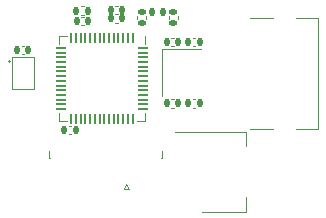
<source format=gbr>
%TF.GenerationSoftware,KiCad,Pcbnew,6.0.4*%
%TF.CreationDate,2022-06-17T20:55:26+08:00*%
%TF.ProjectId,holocubic,686f6c6f-6375-4626-9963-2e6b69636164,rev?*%
%TF.SameCoordinates,Original*%
%TF.FileFunction,Legend,Top*%
%TF.FilePolarity,Positive*%
%FSLAX46Y46*%
G04 Gerber Fmt 4.6, Leading zero omitted, Abs format (unit mm)*
G04 Created by KiCad (PCBNEW 6.0.4) date 2022-06-17 20:55:26*
%MOMM*%
%LPD*%
G01*
G04 APERTURE LIST*
G04 Aperture macros list*
%AMRoundRect*
0 Rectangle with rounded corners*
0 $1 Rounding radius*
0 $2 $3 $4 $5 $6 $7 $8 $9 X,Y pos of 4 corners*
0 Add a 4 corners polygon primitive as box body*
4,1,4,$2,$3,$4,$5,$6,$7,$8,$9,$2,$3,0*
0 Add four circle primitives for the rounded corners*
1,1,$1+$1,$2,$3*
1,1,$1+$1,$4,$5*
1,1,$1+$1,$6,$7*
1,1,$1+$1,$8,$9*
0 Add four rect primitives between the rounded corners*
20,1,$1+$1,$2,$3,$4,$5,0*
20,1,$1+$1,$4,$5,$6,$7,0*
20,1,$1+$1,$6,$7,$8,$9,0*
20,1,$1+$1,$8,$9,$2,$3,0*%
G04 Aperture macros list end*
%ADD10C,0.120000*%
%ADD11C,0.100000*%
%ADD12C,0.150000*%
%ADD13RoundRect,0.140000X0.140000X0.170000X-0.140000X0.170000X-0.140000X-0.170000X0.140000X-0.170000X0*%
%ADD14R,2.000000X1.500000*%
%ADD15R,2.000000X3.800000*%
%ADD16RoundRect,0.140000X-0.140000X-0.170000X0.140000X-0.170000X0.140000X0.170000X-0.140000X0.170000X0*%
%ADD17RoundRect,0.140000X-0.170000X0.140000X-0.170000X-0.140000X0.170000X-0.140000X0.170000X0.140000X0*%
%ADD18R,1.200000X1.400000*%
%ADD19C,0.650000*%
%ADD20R,1.450000X0.600000*%
%ADD21R,1.450000X0.300000*%
%ADD22O,1.600000X1.000000*%
%ADD23O,2.100000X1.000000*%
%ADD24RoundRect,0.147500X-0.147500X-0.172500X0.147500X-0.172500X0.147500X0.172500X-0.147500X0.172500X0*%
%ADD25RoundRect,0.050000X-0.050000X0.387500X-0.050000X-0.387500X0.050000X-0.387500X0.050000X0.387500X0*%
%ADD26RoundRect,0.050000X-0.387500X0.050000X-0.387500X-0.050000X0.387500X-0.050000X0.387500X0.050000X0*%
%ADD27R,5.600000X5.600000*%
%ADD28R,0.300000X1.100000*%
%ADD29R,2.300000X3.100000*%
%ADD30RoundRect,0.135000X-0.135000X-0.185000X0.135000X-0.185000X0.135000X0.185000X-0.135000X0.185000X0*%
%ADD31R,0.540000X0.540000*%
G04 APERTURE END LIST*
D10*
%TO.C,C17*%
X122007836Y-105940000D02*
X121792164Y-105940000D01*
X122007836Y-106660000D02*
X121792164Y-106660000D01*
%TO.C,U1*%
X140810000Y-120010000D02*
X140810000Y-118750000D01*
X137050000Y-120010000D02*
X140810000Y-120010000D01*
X140810000Y-113190000D02*
X140810000Y-114450000D01*
X134800000Y-113190000D02*
X140810000Y-113190000D01*
%TO.C,C10*%
X126007836Y-113410000D02*
X125792164Y-113410000D01*
X126007836Y-112690000D02*
X125792164Y-112690000D01*
%TO.C,C26*%
X129712164Y-103960000D02*
X129927836Y-103960000D01*
X129712164Y-103240000D02*
X129927836Y-103240000D01*
%TO.C,C8*%
X134290000Y-103442164D02*
X134290000Y-103657836D01*
X135010000Y-103442164D02*
X135010000Y-103657836D01*
%TO.C,C7*%
X131590000Y-103442164D02*
X131590000Y-103657836D01*
X132310000Y-103442164D02*
X132310000Y-103657836D01*
%TO.C,C25*%
X129702164Y-102530000D02*
X129917836Y-102530000D01*
X129702164Y-103250000D02*
X129917836Y-103250000D01*
%TO.C,Y1*%
X136950000Y-106200000D02*
X133650000Y-106200000D01*
X133650000Y-106200000D02*
X133650000Y-110200000D01*
%TO.C,C3*%
X134442164Y-110440000D02*
X134657836Y-110440000D01*
X134442164Y-111160000D02*
X134657836Y-111160000D01*
%TO.C,C9*%
X136292164Y-105240000D02*
X136507836Y-105240000D01*
X136292164Y-105960000D02*
X136507836Y-105960000D01*
%TO.C,C11*%
X136292164Y-111160000D02*
X136507836Y-111160000D01*
X136292164Y-110440000D02*
X136507836Y-110440000D01*
%TO.C,J2*%
X141100000Y-112950000D02*
X143100000Y-112950000D01*
X146900000Y-112950000D02*
X146900000Y-103550000D01*
X141100000Y-103550000D02*
X143100000Y-103550000D01*
X145000000Y-112950000D02*
X146900000Y-112950000D01*
X145000000Y-103550000D02*
X146900000Y-103550000D01*
%TO.C,U2*%
X132210000Y-111660000D02*
X132210000Y-112310000D01*
X124990000Y-111660000D02*
X124990000Y-112310000D01*
X124990000Y-112310000D02*
X125640000Y-112310000D01*
X124990000Y-105090000D02*
X125640000Y-105090000D01*
X132210000Y-105740000D02*
X132210000Y-105090000D01*
X124990000Y-105740000D02*
X124990000Y-105090000D01*
X132210000Y-112310000D02*
X131560000Y-112310000D01*
%TO.C,J1*%
X130650000Y-117650000D02*
X130450000Y-118050000D01*
X130850000Y-118050000D02*
X130650000Y-117650000D01*
X124185000Y-115460000D02*
X124075000Y-115460000D01*
X130450000Y-118050000D02*
X130850000Y-118050000D01*
X124075000Y-115460000D02*
X124075000Y-114860000D01*
X133725000Y-115460000D02*
X133725000Y-114860000D01*
X133615000Y-115460000D02*
X133725000Y-115460000D01*
%TO.C,R1*%
X126783859Y-103330000D02*
X127091141Y-103330000D01*
X126783859Y-102570000D02*
X127091141Y-102570000D01*
%TO.C,C5*%
X127045336Y-103490000D02*
X126829664Y-103490000D01*
X127045336Y-104210000D02*
X126829664Y-104210000D01*
D11*
%TO.C,MK1*%
X120952100Y-106882400D02*
X122822900Y-106882400D01*
X122822900Y-106882400D02*
X122822900Y-109617600D01*
X122822900Y-109617600D02*
X120952100Y-109617600D01*
X120952100Y-109617600D02*
X120952100Y-106882400D01*
D12*
X120852100Y-107257400D02*
G75*
G03*
X120852100Y-107257400I-75000J0D01*
G01*
D10*
%TO.C,C6*%
X134442164Y-105960000D02*
X134657836Y-105960000D01*
X134442164Y-105240000D02*
X134657836Y-105240000D01*
%TD*%
%LPC*%
D13*
%TO.C,C17*%
X122380000Y-106300000D03*
X121420000Y-106300000D03*
%TD*%
D14*
%TO.C,U1*%
X135750000Y-114300000D03*
X135750000Y-116600000D03*
D15*
X142050000Y-116600000D03*
D14*
X135750000Y-118900000D03*
%TD*%
D13*
%TO.C,C10*%
X126380000Y-113050000D03*
X125420000Y-113050000D03*
%TD*%
D16*
%TO.C,C26*%
X129340000Y-103600000D03*
X130300000Y-103600000D03*
%TD*%
D17*
%TO.C,C8*%
X134650000Y-103070000D03*
X134650000Y-104030000D03*
%TD*%
%TO.C,C7*%
X131950000Y-103070000D03*
X131950000Y-104030000D03*
%TD*%
D16*
%TO.C,C25*%
X129330000Y-102890000D03*
X130290000Y-102890000D03*
%TD*%
D18*
%TO.C,Y1*%
X134450000Y-107100000D03*
X134450000Y-109300000D03*
X136150000Y-109300000D03*
X136150000Y-107100000D03*
%TD*%
D16*
%TO.C,C3*%
X134070000Y-110800000D03*
X135030000Y-110800000D03*
%TD*%
%TO.C,C9*%
X135920000Y-105600000D03*
X136880000Y-105600000D03*
%TD*%
%TO.C,C11*%
X135920000Y-110800000D03*
X136880000Y-110800000D03*
%TD*%
D19*
%TO.C,J2*%
X140400000Y-105360000D03*
X140400000Y-111140000D03*
D20*
X138955000Y-111500000D03*
X138955000Y-110700000D03*
D21*
X138955000Y-109500000D03*
X138955000Y-108500000D03*
X138955000Y-108000000D03*
X138955000Y-107000000D03*
D20*
X138955000Y-105800000D03*
X138955000Y-105000000D03*
X138955000Y-105000000D03*
X138955000Y-105800000D03*
D21*
X138955000Y-106500000D03*
X138955000Y-107500000D03*
X138955000Y-109000000D03*
X138955000Y-110000000D03*
D20*
X138955000Y-110700000D03*
X138955000Y-111500000D03*
D22*
X144050000Y-112570000D03*
D23*
X139870000Y-103930000D03*
D22*
X144050000Y-103930000D03*
D23*
X139870000Y-112570000D03*
%TD*%
D24*
%TO.C,L1*%
X132815000Y-103100000D03*
X133785000Y-103100000D03*
%TD*%
D25*
%TO.C,U2*%
X131200000Y-105262500D03*
X130800000Y-105262500D03*
X130400000Y-105262500D03*
X130000000Y-105262500D03*
X129600000Y-105262500D03*
X129200000Y-105262500D03*
X128800000Y-105262500D03*
X128400000Y-105262500D03*
X128000000Y-105262500D03*
X127600000Y-105262500D03*
X127200000Y-105262500D03*
X126800000Y-105262500D03*
X126400000Y-105262500D03*
X126000000Y-105262500D03*
D26*
X125162500Y-106100000D03*
X125162500Y-106500000D03*
X125162500Y-106900000D03*
X125162500Y-107300000D03*
X125162500Y-107700000D03*
X125162500Y-108100000D03*
X125162500Y-108500000D03*
X125162500Y-108900000D03*
X125162500Y-109300000D03*
X125162500Y-109700000D03*
X125162500Y-110100000D03*
X125162500Y-110500000D03*
X125162500Y-110900000D03*
X125162500Y-111300000D03*
D25*
X126000000Y-112137500D03*
X126400000Y-112137500D03*
X126800000Y-112137500D03*
X127200000Y-112137500D03*
X127600000Y-112137500D03*
X128000000Y-112137500D03*
X128400000Y-112137500D03*
X128800000Y-112137500D03*
X129200000Y-112137500D03*
X129600000Y-112137500D03*
X130000000Y-112137500D03*
X130400000Y-112137500D03*
X130800000Y-112137500D03*
X131200000Y-112137500D03*
D26*
X132037500Y-111300000D03*
X132037500Y-110900000D03*
X132037500Y-110500000D03*
X132037500Y-110100000D03*
X132037500Y-109700000D03*
X132037500Y-109300000D03*
X132037500Y-108900000D03*
X132037500Y-108500000D03*
X132037500Y-108100000D03*
X132037500Y-107700000D03*
X132037500Y-107300000D03*
X132037500Y-106900000D03*
X132037500Y-106500000D03*
X132037500Y-106100000D03*
D27*
X128600000Y-108700000D03*
%TD*%
D28*
%TO.C,J1*%
X130650000Y-118850000D03*
X130150000Y-118850000D03*
X129650000Y-118850000D03*
X129150000Y-118850000D03*
X128650000Y-118850000D03*
X128150000Y-118850000D03*
X127650000Y-118850000D03*
X127150000Y-118850000D03*
D29*
X132320000Y-117150000D03*
X125480000Y-117150000D03*
%TD*%
D30*
%TO.C,R1*%
X126427500Y-102950000D03*
X127447500Y-102950000D03*
%TD*%
D13*
%TO.C,C5*%
X127417500Y-103850000D03*
X126457500Y-103850000D03*
%TD*%
D31*
%TO.C,MK1*%
X122387100Y-107307400D03*
X122387100Y-109207400D03*
X121377100Y-109207400D03*
X121377100Y-107307400D03*
%TD*%
D16*
%TO.C,C6*%
X134070000Y-105600000D03*
X135030000Y-105600000D03*
%TD*%
M02*

</source>
